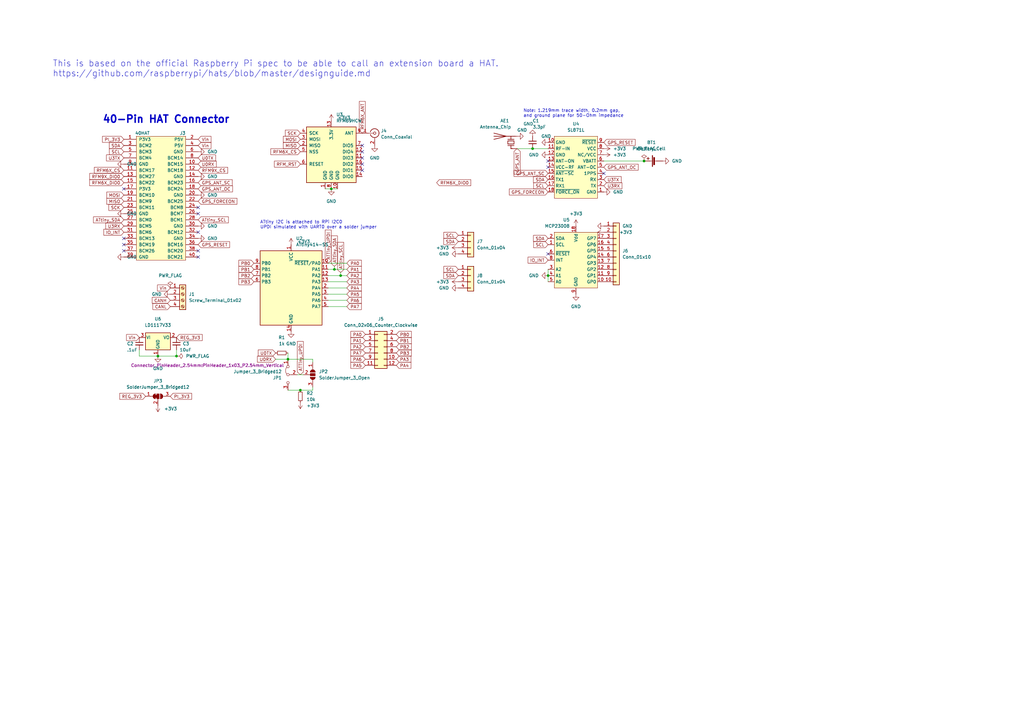
<source format=kicad_sch>
(kicad_sch (version 20211123) (generator eeschema)
  (paper "A3")
  (title_block (title "Raspberry Pi HAT") (rev "A"))
  (lib_symbols
    (symbol "Connector:Conn_Coaxial" (pin_names (offset 1.016) hide)
      (property "Reference" "J" (at 0.254 3.048 0))
      (property "Value" "Conn_Coaxial" (at 2.921 0 90))
      (symbol "Conn_Coaxial_0_1"
        (arc (start -1.778 -0.508) (mid 0.222 -1.808) (end 1.778 0) (stroke (width 0.254)))
        (polyline (pts (xy -2.54 0) (xy -0.508 0)))
        (polyline (pts (xy 0 -2.54) (xy 0 -1.778)))
        (circle (center 0 0) (radius 0.508) (stroke (width 0.2032)))
        (arc (start 1.778 0) (mid 0.222 1.8083) (end -1.778 0.508) (stroke (width 0.254)))
      )
      (symbol "Conn_Coaxial_1_1"
        (pin passive line (at -5.08 0 0) (length 2.54) (name "In") (number "1"))
        (pin passive line (at 0 -5.08 90) (length 2.54) (name "Ext") (number "2"))
      )
    )
    (symbol "Connector:Screw_Terminal_01x04" (pin_names (offset 1.016) hide)
      (property "Reference" "J" (at 0 5.08 0))
      (property "Value" "Screw_Terminal_01x04" (at 0 -7.62 0))
      (symbol "Screw_Terminal_01x04_1_1"
        (rectangle (start -1.27 3.81) (end 1.27 -6.35) (stroke (width 0.254)) (fill (type background)))
        (circle (center 0 -5.08) (radius 0.635) (stroke (width 0.1524)))
        (circle (center 0 -2.54) (radius 0.635) (stroke (width 0.1524)))
        (polyline (pts (xy -0.5334 -4.7498) (xy 0.3302 -5.588)) (stroke (width 0.1524)))
        (polyline (pts (xy -0.5334 -2.2098) (xy 0.3302 -3.048)) (stroke (width 0.1524)))
        (polyline (pts (xy -0.5334 0.3302) (xy 0.3302 -0.508)) (stroke (width 0.1524)))
        (polyline (pts (xy -0.5334 2.8702) (xy 0.3302 2.032)) (stroke (width 0.1524)))
        (polyline (pts (xy -0.3556 -4.572) (xy 0.508 -5.4102)) (stroke (width 0.1524)))
        (polyline (pts (xy -0.3556 -2.032) (xy 0.508 -2.8702)) (stroke (width 0.1524)))
        (polyline (pts (xy -0.3556 0.508) (xy 0.508 -0.3302)) (stroke (width 0.1524)))
        (polyline (pts (xy -0.3556 3.048) (xy 0.508 2.2098)) (stroke (width 0.1524)))
        (circle (center 0 0) (radius 0.635) (stroke (width 0.1524)))
        (circle (center 0 2.54) (radius 0.635) (stroke (width 0.1524)))
        (pin passive line (at -5.08 2.54 0) (length 3.81) (name "Pin_1") (number "1"))
        (pin passive line (at -5.08 0 0) (length 3.81) (name "Pin_2") (number "2"))
        (pin passive line (at -5.08 -2.54 0) (length 3.81) (name "Pin_3") (number "3"))
        (pin passive line (at -5.08 -5.08 0) (length 3.81) (name "Pin_4") (number "4"))
      )
    )
    (symbol "Connector_Generic:Conn_01x04" (pin_names (offset 1.016) hide)
      (property "Reference" "J" (at 0 5.08 0))
      (property "Value" "Conn_01x04" (at 0 -7.62 0))
      (symbol "Conn_01x04_1_1"
        (rectangle (start -1.27 -4.953) (end 0 -5.207) (stroke (width 0.1524)))
        (rectangle (start -1.27 -2.413) (end 0 -2.667) (stroke (width 0.1524)))
        (rectangle (start -1.27 0.127) (end 0 -0.127) (stroke (width 0.1524)))
        (rectangle (start -1.27 2.667) (end 0 2.413) (stroke (width 0.1524)))
        (rectangle (start -1.27 3.81) (end 1.27 -6.35) (stroke (width 0.254)) (fill (type background)))
        (pin passive line (at -5.08 2.54 0) (length 3.81) (name "Pin_1") (number "1"))
        (pin passive line (at -5.08 0 0) (length 3.81) (name "Pin_2") (number "2"))
        (pin passive line (at -5.08 -2.54 0) (length 3.81) (name "Pin_3") (number "3"))
        (pin passive line (at -5.08 -5.08 0) (length 3.81) (name "Pin_4") (number "4"))
      )
    )
    (symbol "Connector_Generic:Conn_01x10" (pin_names (offset 1.016) hide)
      (property "Reference" "J" (at 0 12.7 0))
      (property "Value" "Conn_01x10" (at 0 -15.24 0))
      (symbol "Conn_01x10_1_1"
        (rectangle (start -1.27 -12.573) (end 0 -12.827) (stroke (width 0.1524)))
        (rectangle (start -1.27 -10.033) (end 0 -10.287) (stroke (width 0.1524)))
        (rectangle (start -1.27 -7.493) (end 0 -7.747) (stroke (width 0.1524)))
        (rectangle (start -1.27 -4.953) (end 0 -5.207) (stroke (width 0.1524)))
        (rectangle (start -1.27 -2.413) (end 0 -2.667) (stroke (width 0.1524)))
        (rectangle (start -1.27 0.127) (end 0 -0.127) (stroke (width 0.1524)))
        (rectangle (start -1.27 2.667) (end 0 2.413) (stroke (width 0.1524)))
        (rectangle (start -1.27 5.207) (end 0 4.953) (stroke (width 0.1524)))
        (rectangle (start -1.27 7.747) (end 0 7.493) (stroke (width 0.1524)))
        (rectangle (start -1.27 10.287) (end 0 10.033) (stroke (width 0.1524)))
        (rectangle (start -1.27 11.43) (end 1.27 -13.97) (stroke (width 0.254)) (fill (type background)))
        (pin passive line (at -5.08 10.16 0) (length 3.81) (name "Pin_1") (number "1"))
        (pin passive line (at -5.08 -12.7 0) (length 3.81) (name "Pin_10") (number "10"))
        (pin passive line (at -5.08 7.62 0) (length 3.81) (name "Pin_2") (number "2"))
        (pin passive line (at -5.08 5.08 0) (length 3.81) (name "Pin_3") (number "3"))
        (pin passive line (at -5.08 2.54 0) (length 3.81) (name "Pin_4") (number "4"))
        (pin passive line (at -5.08 0 0) (length 3.81) (name "Pin_5") (number "5"))
        (pin passive line (at -5.08 -2.54 0) (length 3.81) (name "Pin_6") (number "6"))
        (pin passive line (at -5.08 -5.08 0) (length 3.81) (name "Pin_7") (number "7"))
        (pin passive line (at -5.08 -7.62 0) (length 3.81) (name "Pin_8") (number "8"))
        (pin passive line (at -5.08 -10.16 0) (length 3.81) (name "Pin_9") (number "9"))
      )
    )
    (symbol "Connector_Generic:Conn_02x06_Odd_Even" (pin_names (offset 1.016) hide)
      (property "Reference" "J" (at 1.27 7.62 0))
      (property "Value" "Conn_02x06_Odd_Even" (at 1.27 -10.16 0))
      (symbol "Conn_02x06_Odd_Even_1_1"
        (rectangle (start -1.27 -7.493) (end 0 -7.747) (stroke (width 0.1524)))
        (rectangle (start -1.27 -4.953) (end 0 -5.207) (stroke (width 0.1524)))
        (rectangle (start -1.27 -2.413) (end 0 -2.667) (stroke (width 0.1524)))
        (rectangle (start -1.27 0.127) (end 0 -0.127) (stroke (width 0.1524)))
        (rectangle (start -1.27 2.667) (end 0 2.413) (stroke (width 0.1524)))
        (rectangle (start -1.27 5.207) (end 0 4.953) (stroke (width 0.1524)))
        (rectangle (start -1.27 6.35) (end 3.81 -8.89) (stroke (width 0.254)) (fill (type background)))
        (rectangle (start 3.81 -7.493) (end 2.54 -7.747) (stroke (width 0.1524)))
        (rectangle (start 3.81 -4.953) (end 2.54 -5.207) (stroke (width 0.1524)))
        (rectangle (start 3.81 -2.413) (end 2.54 -2.667) (stroke (width 0.1524)))
        (rectangle (start 3.81 0.127) (end 2.54 -0.127) (stroke (width 0.1524)))
        (rectangle (start 3.81 2.667) (end 2.54 2.413) (stroke (width 0.1524)))
        (rectangle (start 3.81 5.207) (end 2.54 4.953) (stroke (width 0.1524)))
        (pin passive line (at -5.08 5.08 0) (length 3.81) (name "Pin_1") (number "1"))
        (pin passive line (at 7.62 -5.08 180) (length 3.81) (name "Pin_10") (number "10"))
        (pin passive line (at -5.08 -7.62 0) (length 3.81) (name "Pin_11") (number "11"))
        (pin passive line (at 7.62 -7.62 180) (length 3.81) (name "Pin_12") (number "12"))
        (pin passive line (at 7.62 5.08 180) (length 3.81) (name "Pin_2") (number "2"))
        (pin passive line (at -5.08 2.54 0) (length 3.81) (name "Pin_3") (number "3"))
        (pin passive line (at 7.62 2.54 180) (length 3.81) (name "Pin_4") (number "4"))
        (pin passive line (at -5.08 0 0) (length 3.81) (name "Pin_5") (number "5"))
        (pin passive line (at 7.62 0 180) (length 3.81) (name "Pin_6") (number "6"))
        (pin passive line (at -5.08 -2.54 0) (length 3.81) (name "Pin_7") (number "7"))
        (pin passive line (at 7.62 -2.54 180) (length 3.81) (name "Pin_8") (number "8"))
        (pin passive line (at -5.08 -5.08 0) (length 3.81) (name "Pin_9") (number "9"))
      )
    )
    (symbol "Device:Antenna_Chip" (pin_numbers hide) (pin_names (offset 1.016) hide)
      (property "Reference" "AE" (at 0 5.08 0))
      (property "Value" "Antenna_Chip" (at 0 3.175 0))
      (symbol "Antenna_Chip_0_1"
        (polyline (pts (xy -2.54 0) (xy -2.54 -0.635)) (stroke (width 0.254)))
        (polyline (pts (xy -2.54 0) (xy -1.27 0)) (stroke (width 0.254)))
        (polyline (pts (xy 1.27 0) (xy 2.54 0)) (stroke (width 0.254)))
        (polyline (pts (xy 1.27 1.27) (xy 1.27 -1.27)) (stroke (width 0.254)))
        (polyline (pts (xy 2.54 -0.635) (xy 2.54 0)))
        (polyline (pts (xy 2.54 6.985) (xy 2.54 -1.905)) (stroke (width 0.254)))
        (polyline (pts (xy -1.27 1.27) (xy -1.27 -1.27) (xy -1.27 0)) (stroke (width 0.254)))
        (polyline (pts (xy 3.81 6.985) (xy 2.54 1.905) (xy 1.27 6.985)) (stroke (width 0.254)))
        (polyline (pts (xy -0.635 1.27) (xy 0.635 1.27) (xy 0.635 -1.27) (xy -0.635 -1.27) (xy -0.635 1.27)) (stroke (width 0.254)))
      )
      (symbol "Antenna_Chip_1_1"
        (pin input line (at -2.54 -2.54 90) (length 2.54) (name "FEED") (number "1"))
        (pin passive line (at 2.54 -2.54 90) (length 2.54) (name "PCB_Trace") (number "2"))
      )
    )
    (symbol "Device:Battery_Cell" (pin_numbers hide) (pin_names (offset 0) hide)
      (property "Reference" "BT" (at 2.54 2.54 0))
      (property "Value" "Battery_Cell" (at 2.54 0 0))
      (symbol "Battery_Cell_0_1"
        (rectangle (start -2.286 1.778) (end 2.286 1.524) (fill (type outline)))
        (rectangle (start -1.5748 1.1938) (end 1.4732 0.6858) (fill (type outline)))
        (polyline (pts (xy 0 0.762) (xy 0 0)))
        (polyline (pts (xy 0 1.778) (xy 0 2.54)))
        (polyline (pts (xy 0.508 3.429) (xy 1.524 3.429)) (stroke (width 0.254)))
        (polyline (pts (xy 1.016 3.937) (xy 1.016 2.921)) (stroke (width 0.254)))
      )
      (symbol "Battery_Cell_1_1"
        (pin passive line (at 0 5.08 270) (length 2.54) (name "+") (number "1"))
        (pin passive line (at 0 -2.54 90) (length 2.54) (name "-") (number "2"))
      )
    )
    (symbol "Device:C_Small" (pin_numbers hide) (pin_names (offset 0.254) hide)
      (property "Reference" "C" (at 0.254 1.778 0))
      (property "Value" "C_Small" (at 0.254 -2.032 0))
      (symbol "C_Small_0_1"
        (polyline (pts (xy -1.524 -0.508) (xy 1.524 -0.508)) (stroke (width 0.3302)))
        (polyline (pts (xy -1.524 0.508) (xy 1.524 0.508)) (stroke (width 0.3048)))
      )
      (symbol "C_Small_1_1"
        (pin passive line (at 0 2.54 270) (length 2.032) (name "~") (number "1"))
        (pin passive line (at 0 -2.54 90) (length 2.032) (name "~") (number "2"))
      )
    )
    (symbol "Device:R_Small" (pin_numbers hide) (pin_names (offset 0.254) hide)
      (property "Reference" "R" (at 0.762 0.508 0))
      (property "Value" "R_Small" (at 0.762 -1.016 0))
      (symbol "R_Small_0_1"
        (rectangle (start -0.762 1.778) (end 0.762 -1.778) (stroke (width 0.2032)))
      )
      (symbol "R_Small_1_1"
        (pin passive line (at 0 2.54 270) (length 0.762) (name "~") (number "1"))
        (pin passive line (at 0 -2.54 90) (length 0.762) (name "~") (number "2"))
      )
    )
    (symbol "Jumper:Jumper_3_Bridged12" (pin_names (offset 0) hide)
      (property "Reference" "JP" (at -2.54 -2.54 0))
      (property "Value" "Jumper_3_Bridged12" (at 0 2.794 0))
      (symbol "Jumper_3_Bridged12_0_0"
        (circle (center -3.302 0) (radius 0.508))
        (circle (center 0 0) (radius 0.508))
        (circle (center 3.302 0) (radius 0.508))
      )
      (symbol "Jumper_3_Bridged12_0_1"
        (arc (start -0.254 0.508) (mid -1.651 0.9912) (end -3.048 0.508))
        (polyline (pts (xy 0 -1.27) (xy 0 -0.508)))
      )
      (symbol "Jumper_3_Bridged12_1_1"
        (pin passive line (at -6.35 0 0) (length 2.54) (name "A") (number "1"))
        (pin passive line (at 0 -3.81 90) (length 2.54) (name "C") (number "2"))
        (pin passive line (at 6.35 0 180) (length 2.54) (name "B") (number "3"))
      )
    )
    (symbol "Jumper:SolderJumper_3_Bridged12" (pin_names (offset 0) hide)
      (property "Reference" "JP" (at -2.54 -2.54 0))
      (property "Value" "SolderJumper_3_Bridged12" (at 0 2.794 0))
      (symbol "SolderJumper_3_Bridged12_0_1"
        (rectangle (start -1.016 0.508) (end -0.508 -0.508) (fill (type outline)))
        (arc (start -1.016 1.016) (mid -2.032 0) (end -1.016 -1.016))
        (arc (start -1.016 1.016) (mid -2.032 0) (end -1.016 -1.016) (fill (type outline)))
        (rectangle (start -0.508 1.016) (end 0.508 -1.016) (fill (type outline)))
        (polyline (pts (xy -2.54 0) (xy -2.032 0)))
        (polyline (pts (xy -1.016 1.016) (xy -1.016 -1.016)))
        (polyline (pts (xy 0 -1.27) (xy 0 -1.016)))
        (polyline (pts (xy 1.016 1.016) (xy 1.016 -1.016)))
        (polyline (pts (xy 2.54 0) (xy 2.032 0)))
        (arc (start 1.016 -1.016) (mid 2.032 0) (end 1.016 1.016))
        (arc (start 1.016 -1.016) (mid 2.032 0) (end 1.016 1.016) (fill (type outline)))
      )
      (symbol "SolderJumper_3_Bridged12_1_1"
        (pin passive line (at -5.08 0 0) (length 2.54) (name "A") (number "1"))
        (pin passive line (at 0 -3.81 90) (length 2.54) (name "C") (number "2"))
        (pin passive line (at 5.08 0 180) (length 2.54) (name "B") (number "3"))
      )
    )
    (symbol "Jumper:SolderJumper_3_Open" (pin_names (offset 0) hide)
      (property "Reference" "JP" (at -2.54 -2.54 0))
      (property "Value" "SolderJumper_3_Open" (at 0 2.794 0))
      (symbol "SolderJumper_3_Open_0_1"
        (arc (start -1.016 1.016) (mid -2.032 0) (end -1.016 -1.016))
        (arc (start -1.016 1.016) (mid -2.032 0) (end -1.016 -1.016) (fill (type outline)))
        (rectangle (start -0.508 1.016) (end 0.508 -1.016) (fill (type outline)))
        (polyline (pts (xy -2.54 0) (xy -2.032 0)))
        (polyline (pts (xy -1.016 1.016) (xy -1.016 -1.016)))
        (polyline (pts (xy 0 -1.27) (xy 0 -1.016)))
        (polyline (pts (xy 1.016 1.016) (xy 1.016 -1.016)))
        (polyline (pts (xy 2.54 0) (xy 2.032 0)))
        (arc (start 1.016 -1.016) (mid 2.032 0) (end 1.016 1.016))
        (arc (start 1.016 -1.016) (mid 2.032 0) (end 1.016 1.016) (fill (type outline)))
      )
      (symbol "SolderJumper_3_Open_1_1"
        (pin passive line (at -5.08 0 0) (length 2.54) (name "A") (number "1"))
        (pin passive line (at 0 -3.81 90) (length 2.54) (name "C") (number "2"))
        (pin passive line (at 5.08 0 180) (length 2.54) (name "B") (number "3"))
      )
    )
    (symbol "MCU_Microchip_ATtiny:ATtiny414-SS"
      (property "Reference" "U" (at -12.7 16.51 0))
      (property "Value" "ATtiny414-SS" (at 2.54 -16.51 0))
      (symbol "ATtiny414-SS_0_1"
        (rectangle (start -12.7 -15.24) (end 12.7 15.24) (stroke (width 0.254)) (fill (type background)))
      )
      (symbol "ATtiny414-SS_1_1"
        (pin power_in line (at 0 17.78 270) (length 2.54) (name "VCC") (number "1"))
        (pin bidirectional line (at 15.24 10.16 180) (length 2.54) (name "~{RESET}/PA0") (number "10"))
        (pin bidirectional line (at 15.24 7.62 180) (length 2.54) (name "PA1") (number "11"))
        (pin bidirectional line (at 15.24 5.08 180) (length 2.54) (name "PA2") (number "12"))
        (pin bidirectional line (at 15.24 2.54 180) (length 2.54) (name "PA3") (number "13"))
        (pin power_in line (at 0 -17.78 90) (length 2.54) (name "GND") (number "14"))
        (pin bidirectional line (at 15.24 0 180) (length 2.54) (name "PA4") (number "2"))
        (pin bidirectional line (at 15.24 -2.54 180) (length 2.54) (name "PA5") (number "3"))
        (pin bidirectional line (at 15.24 -5.08 180) (length 2.54) (name "PA6") (number "4"))
        (pin bidirectional line (at 15.24 -7.62 180) (length 2.54) (name "PA7") (number "5"))
        (pin bidirectional line (at -15.24 2.54 0) (length 2.54) (name "PB3") (number "6"))
        (pin bidirectional line (at -15.24 5.08 0) (length 2.54) (name "PB2") (number "7"))
        (pin bidirectional line (at -15.24 7.62 0) (length 2.54) (name "PB1") (number "8"))
        (pin bidirectional line (at -15.24 10.16 0) (length 2.54) (name "PB0") (number "9"))
      )
    )
    (symbol "RF_Module:RFM69HCW" (pin_names (offset 1.016))
      (property "Reference" "U" (at -10.414 11.684 0))
      (property "Value" "RFM69HCW" (at 1.524 11.43 0))
      (symbol "RFM69HCW_0_1"
        (rectangle (start -10.16 10.16) (end 10.16 -12.7) (stroke (width 0.254)) (fill (type background)))
      )
      (symbol "RFM69HCW_1_1"
        (pin power_in line (at -2.54 -15.24 90) (length 2.54) (name "GND") (number "1"))
        (pin power_in line (at 2.54 -15.24 90) (length 2.54) (name "GND") (number "10"))
        (pin bidirectional line (at 12.7 -2.54 180) (length 2.54) (name "DIO3") (number "11"))
        (pin bidirectional line (at 12.7 0 180) (length 2.54) (name "DIO4") (number "12"))
        (pin power_in line (at 0 12.7 270) (length 2.54) (name "3.3V") (number "13"))
        (pin bidirectional line (at 12.7 -10.16 180) (length 2.54) (name "DIO0") (number "14"))
        (pin bidirectional line (at 12.7 -7.62 180) (length 2.54) (name "DIO1") (number "15"))
        (pin bidirectional line (at 12.7 -5.08 180) (length 2.54) (name "DIO2") (number "16"))
        (pin output line (at -12.7 2.54 0) (length 2.54) (name "MISO") (number "2"))
        (pin input line (at -12.7 5.08 0) (length 2.54) (name "MOSI") (number "3"))
        (pin input line (at -12.7 7.62 0) (length 2.54) (name "SCK") (number "4"))
        (pin input line (at -12.7 0 0) (length 2.54) (name "NSS") (number "5"))
        (pin bidirectional line (at -12.7 -5.08 0) (length 2.54) (name "RESET") (number "6"))
        (pin bidirectional line (at 12.7 2.54 180) (length 2.54) (name "DIO5") (number "7"))
        (pin power_in line (at 0 -15.24 90) (length 2.54) (name "GND") (number "8"))
        (pin bidirectional line (at 12.7 7.62 180) (length 2.54) (name "ANT") (number "9"))
      )
    )
    (symbol "RocketTracker-SparkFun:LD1117V33" (pin_names (offset 0.254))
      (property "Reference" "U" (at -3.81 3.175 0))
      (property "Value" "LD1117V33" (at 0 3.175 0))
      (symbol "LD1117V33_0_1"
        (rectangle (start -5.08 1.905) (end 5.08 -5.08) (stroke (width 0.254)) (fill (type background)))
      )
      (symbol "LD1117V33_1_1"
        (pin input line (at 0 -7.62 90) (length 2.54) (name "GND") (number "1"))
        (pin power_out line (at 7.62 0 180) (length 2.54) (name "VO") (number "2"))
        (pin power_in line (at -7.62 0 0) (length 2.54) (name "VI") (number "3"))
      )
    )
    (symbol "SL871:MCP23008"
      (property "Reference" "U" (at 0 0 0))
      (property "Value" "MCP23008" (at 0 0 0))
      (symbol "MCP23008_0_0"
        (pin no_connect line (at 2.54 -15.24 90) (length 2.54) hide (name "NC") (number "7"))
      )
      (symbol "MCP23008_0_1"
        (rectangle (start -8.89 10.16) (end 8.89 -12.7) (fill (type background)))
      )
      (symbol "MCP23008_1_1"
        (pin input line (at -11.43 5.08 0) (length 2.54) (name "SCL") (number "1"))
        (pin bidirectional line (at 11.43 -10.16 180) (length 2.54) (name "GP0") (number "10"))
        (pin bidirectional line (at 11.43 -7.62 180) (length 2.54) (name "GP1") (number "11"))
        (pin bidirectional line (at 11.43 -5.08 180) (length 2.54) (name "GP2") (number "12"))
        (pin bidirectional line (at 11.43 -2.54 180) (length 2.54) (name "GP3") (number "13"))
        (pin bidirectional line (at 11.43 0 180) (length 2.54) (name "GP4") (number "14"))
        (pin bidirectional line (at 11.43 2.54 180) (length 2.54) (name "GP5") (number "15"))
        (pin bidirectional line (at 11.43 5.08 180) (length 2.54) (name "GP6") (number "16"))
        (pin bidirectional line (at 11.43 7.62 180) (length 2.54) (name "GP7") (number "17"))
        (pin power_in line (at 0 12.7 270) (length 2.54) (name "Vdd") (number "18"))
        (pin bidirectional line (at -11.43 7.62 0) (length 2.54) (name "SDA") (number "2"))
        (pin input line (at -11.43 -5.08 0) (length 2.54) (name "A2") (number "3"))
        (pin input line (at -11.43 -7.62 0) (length 2.54) (name "A1") (number "4"))
        (pin input line (at -11.43 -10.16 0) (length 2.54) (name "A0") (number "5"))
        (pin input line (at -11.43 1.27 0) (length 2.54) (name "~{RESET}") (number "6"))
        (pin output line (at -11.43 -1.27 0) (length 2.54) (name "INT") (number "8"))
        (pin power_in line (at 0 -15.24 90) (length 2.54) (name "GND") (number "9"))
      )
    )
    (symbol "SL871:OX40HAT" (pin_names (offset 1.016))
      (property "Reference" "J3" (at 8.89 2.54 0))
      (property "Value" "40HAT" (at -7.62 2.54 0))
      (symbol "OX40HAT_0_1"
        (rectangle (start -10.16 1.27) (end 10.16 -49.53) (fill (type background)))
      )
      (symbol "OX40HAT_1_1"
        (pin power_out line (at -15.24 0 0) (length 5.08) (name "P3V3") (number "1"))
        (pin bidirectional line (at 15.24 -10.16 180) (length 5.08) (name "BCM15") (number "10"))
        (pin bidirectional line (at -15.24 -12.7 0) (length 5.08) (name "BCM17") (number "11"))
        (pin bidirectional line (at 15.24 -12.7 180) (length 5.08) (name "BCM18") (number "12"))
        (pin bidirectional line (at -15.24 -15.24 0) (length 5.08) (name "BCM27") (number "13"))
        (pin passive line (at 15.24 -15.24 180) (length 5.08) (name "GND") (number "14"))
        (pin bidirectional line (at -15.24 -17.78 0) (length 5.08) (name "BCM22") (number "15"))
        (pin bidirectional line (at 15.24 -17.78 180) (length 5.08) (name "BCM23") (number "16"))
        (pin power_out line (at -15.24 -20.32 0) (length 5.08) (name "P3V3") (number "17"))
        (pin bidirectional line (at 15.24 -20.32 180) (length 5.08) (name "BCM24") (number "18"))
        (pin output line (at -15.24 -22.86 0) (length 5.08) (name "BCM10") (number "19"))
        (pin power_in line (at 15.24 0 180) (length 5.08) (name "P5V") (number "2"))
        (pin passive line (at 15.24 -22.86 180) (length 5.08) (name "GND") (number "20"))
        (pin input line (at -15.24 -25.4 0) (length 5.08) (name "BCM9") (number "21"))
        (pin bidirectional line (at 15.24 -25.4 180) (length 5.08) (name "BCM25") (number "22"))
        (pin bidirectional line (at -15.24 -27.94 0) (length 5.08) (name "BCM11") (number "23"))
        (pin bidirectional line (at 15.24 -27.94 180) (length 5.08) (name "BCM8") (number "24"))
        (pin passive line (at -15.24 -30.48 0) (length 5.08) (name "GND") (number "25"))
        (pin bidirectional line (at 15.24 -30.48 180) (length 5.08) (name "BCM7") (number "26"))
        (pin bidirectional line (at -15.24 -33.02 0) (length 5.08) (name "BCM0") (number "27"))
        (pin bidirectional line (at 15.24 -33.02 180) (length 5.08) (name "BCM1") (number "28"))
        (pin bidirectional line (at -15.24 -35.56 0) (length 5.08) (name "BCM5") (number "29"))
        (pin bidirectional line (at -15.24 -2.54 0) (length 5.08) (name "BCM2") (number "3"))
        (pin passive line (at 15.24 -35.56 180) (length 5.08) (name "GND") (number "30"))
        (pin bidirectional line (at -15.24 -38.1 0) (length 5.08) (name "BCM6") (number "31"))
        (pin bidirectional line (at 15.24 -38.1 180) (length 5.08) (name "BCM12") (number "32"))
        (pin bidirectional line (at -15.24 -40.64 0) (length 5.08) (name "BCM13") (number "33"))
        (pin passive line (at 15.24 -40.64 180) (length 5.08) (name "GND") (number "34"))
        (pin bidirectional line (at -15.24 -43.18 0) (length 5.08) (name "BCM19") (number "35"))
        (pin bidirectional line (at 15.24 -43.18 180) (length 5.08) (name "BCM16") (number "36"))
        (pin bidirectional line (at -15.24 -45.72 0) (length 5.08) (name "BCM26") (number "37"))
        (pin bidirectional line (at 15.24 -45.72 180) (length 5.08) (name "BCM20") (number "38"))
        (pin passive line (at -15.24 -48.26 0) (length 5.08) (name "GND") (number "39"))
        (pin power_in line (at 15.24 -2.54 180) (length 5.08) (name "P5V") (number "4"))
        (pin bidirectional line (at 15.24 -48.26 180) (length 5.08) (name "BCM21") (number "40"))
        (pin bidirectional line (at -15.24 -5.08 0) (length 5.08) (name "BCM3") (number "5"))
        (pin passive line (at 15.24 -5.08 180) (length 5.08) (name "GND") (number "6"))
        (pin bidirectional line (at -15.24 -7.62 0) (length 5.08) (name "BCM4") (number "7"))
        (pin bidirectional line (at 15.24 -7.62 180) (length 5.08) (name "BCM14") (number "8"))
        (pin passive line (at -15.24 -10.16 0) (length 5.08) (name "GND") (number "9"))
      )
    )
    (symbol "SL871:SL871L"
      (property "Reference" "U4" (at 0 17.78 0))
      (property "Value" "SL871L" (at 0 15.24 0))
      (symbol "SL871L_0_1"
        (rectangle (start -8.89 12.7) (end 8.89 -12.7) (fill (type background)))
      )
      (symbol "SL871L_1_1"
        (pin power_in line (at 11.43 -10.16 180) (length 2.54) (name "GND") (number "1"))
        (pin power_in line (at -11.43 10.16 0) (length 2.54) (name "GND") (number "10"))
        (pin passive line (at -11.43 7.62 0) (length 2.54) (name "RF-IN") (number "11"))
        (pin power_in line (at -11.43 5.08 0) (length 2.54) (name "GND") (number "12"))
        (pin output line (at -11.43 2.54 0) (length 2.54) (name "ANT-ON") (number "13"))
        (pin power_in line (at -11.43 0 0) (length 2.54) (name "VCC-RF") (number "14"))
        (pin input line (at -11.43 -2.54 0) (length 2.54) (name "~{ANT-SC}") (number "15"))
        (pin output line (at -11.43 -5.08 0) (length 2.54) (name "TX1") (number "16"))
        (pin input line (at -11.43 -7.62 0) (length 2.54) (name "RX1") (number "17"))
        (pin output line (at -11.43 -10.16 0) (length 2.54) (name "~{FORCE_ON}") (number "18"))
        (pin output line (at 11.43 -7.62 180) (length 2.54) (name "TX") (number "2"))
        (pin input line (at 11.43 -5.08 180) (length 2.54) (name "RX") (number "3"))
        (pin output line (at 11.43 -2.54 180) (length 2.54) (name "1PPS") (number "4"))
        (pin input line (at 11.43 0 180) (length 2.54) (name "ANT-OC") (number "5"))
        (pin power_in line (at 11.43 2.54 180) (length 2.54) (name "VBATT") (number "6"))
        (pin power_in line (at 11.43 5.08 180) (length 2.54) (name "NC/VCC") (number "7"))
        (pin power_in line (at 11.43 7.62 180) (length 2.54) (name "VCC") (number "8"))
        (pin input line (at 11.43 10.16 180) (length 2.54) (name "~{RESET}") (number "9"))
      )
    )
    (symbol "power:+3.3V" (power) (pin_names (offset 0))
      (property "Value" "+3.3V" (at 0 3.556 0))
      (symbol "+3.3V_0_1"
        (polyline (pts (xy -0.762 1.27) (xy 0 2.54)))
        (polyline (pts (xy 0 0) (xy 0 2.54)))
        (polyline (pts (xy 0 2.54) (xy 0.762 1.27)))
      )
      (symbol "+3.3V_1_1"
        (pin power_in line (at 0 0 90) (length 0) hide (name "+3V3") (number "1"))
      )
    )
    (symbol "power:GND" (power) (pin_names (offset 0))
      (property "Value" "GND" (at 0 -3.81 0))
      (symbol "GND_0_1"
        (polyline (pts (xy 0 0) (xy 0 -1.27) (xy 1.27 -1.27) (xy 0 -2.54) (xy -1.27 -1.27) (xy 0 -1.27)))
      )
      (symbol "GND_1_1"
        (pin power_in line (at 0 0 270) (length 0) hide (name "GND") (number "1"))
      )
    )
    (symbol "power:PWR_FLAG" (power) (pin_numbers hide) (pin_names (offset 0) hide)
      (property "Value" "PWR_FLAG" (at 0 3.81 0))
      (symbol "PWR_FLAG_0_0"
        (pin power_out line (at 0 0 90) (length 0) (name "pwr") (number "1"))
      )
      (symbol "PWR_FLAG_0_1"
        (polyline (pts (xy 0 0) (xy 0 1.27) (xy -1.016 1.905) (xy 0 2.54) (xy 1.016 1.905) (xy 0 1.27)))
      )
    )
  )
  (junction (at 72.39 146.05))
  (junction (at 139.7 113.03))
  (junction (at 135.89 77.47))
  (junction (at 218.44 60.96))
  (junction (at 264.16 66.04))
  (junction (at 118.11 147.32))
  (junction (at 224.79 113.03))
  (junction (at 123.19 160.02))
  (junction (at 137.16 110.49))
  (junction (at 64.77 146.05))
  (no_connect (at 224.79 66.04))
  (no_connect (at 81.28 87.63))
  (no_connect (at 81.28 105.41))
  (no_connect (at 81.28 102.87))
  (no_connect (at 148.59 69.85))
  (no_connect (at 148.59 62.23))
  (no_connect (at 148.59 64.77))
  (no_connect (at 148.59 67.31))
  (no_connect (at 50.8 77.47))
  (no_connect (at 247.65 71.12))
  (no_connect (at 50.8 100.33))
  (no_connect (at 81.28 85.09))
  (no_connect (at 148.59 59.69))
  (no_connect (at 81.28 95.25))
  (no_connect (at 224.79 104.14))
  (no_connect (at 50.8 97.79))
  (no_connect (at 50.8 102.87))
  (no_connect (at 224.79 68.58))
  (wire (pts (xy 128.27 147.32) (xy 118.11 147.32)))
  (wire (pts (xy 123.19 160.02) (xy 128.27 160.02)))
  (wire (pts (xy 134.62 120.65) (xy 142.24 120.65)))
  (wire (pts (xy 218.44 60.96) (xy 224.79 60.96)))
  (wire (pts (xy 57.15 146.05) (xy 57.15 143.51)))
  (wire (pts (xy 224.79 110.49) (xy 224.79 113.03)))
  (wire (pts (xy 113.03 147.32) (xy 118.11 147.32)))
  (wire (pts (xy 72.39 146.05) (xy 72.39 143.51)))
  (wire (pts (xy 64.77 146.05) (xy 57.15 146.05)))
  (wire (pts (xy 139.7 111.76) (xy 139.7 113.03)))
  (wire (pts (xy 139.7 113.03) (xy 134.62 113.03)))
  (wire (pts (xy 118.11 144.78) (xy 118.11 147.32)))
  (wire (pts (xy 134.62 118.11) (xy 142.24 118.11)))
  (wire (pts (xy 134.62 107.95) (xy 142.24 107.95)))
  (wire (pts (xy 123.19 160.02) (xy 118.11 160.02)))
  (wire (pts (xy 134.62 123.19) (xy 142.24 123.19)))
  (wire (pts (xy 212.09 60.96) (xy 218.44 60.96)))
  (wire (pts (xy 134.62 115.57) (xy 142.24 115.57)))
  (wire (pts (xy 128.27 148.59) (xy 128.27 147.32)))
  (wire (pts (xy 247.65 66.04) (xy 264.16 66.04)))
  (wire (pts (xy 134.62 125.73) (xy 142.24 125.73)))
  (wire (pts (xy 128.27 158.75) (xy 128.27 160.02)))
  (wire (pts (xy 137.16 110.49) (xy 142.24 110.49)))
  (wire (pts (xy 137.16 109.22) (xy 137.16 110.49)))
  (wire (pts (xy 121.92 153.67) (xy 124.46 153.67)))
  (wire (pts (xy 134.62 110.49) (xy 137.16 110.49)))
  (wire (pts (xy 133.35 77.47) (xy 135.89 77.47)))
  (wire (pts (xy 135.89 77.47) (xy 138.43 77.47)))
  (wire (pts (xy 224.79 113.03) (xy 224.79 115.57)))
  (wire (pts (xy 64.77 146.05) (xy 72.39 146.05)))
  (wire (pts (xy 139.7 113.03) (xy 142.24 113.03)))
  (text "This is based on the official Raspberry Pi spec to be able to call an extension board a HAT.\nhttps://github.com/raspberrypi/hats/blob/master/designguide.md" (at 21.59 31.75 0) (effects (font (size 2.54 2.54)) (justify left bottom)))
  (text "40-Pin HAT Connector" (at 41.91 50.8 0) (effects (font (size 2.9972 2.9972) (thickness 0.5994) bold) (justify left bottom)))
  (text "Note: 1.219mm trace width, 0.2mm gap, \nand ground plane for 50-Ohm impedance" (at 214.63 48.26 0) (effects (font (size 1.27 1.27)) (justify left bottom)))
  (text "ATtiny I2C is attached to RPi I2C0\nUPDI simulated with UART0 over a solder jumper" (at 106.68 93.98 0) (effects (font (size 1.27 1.27)) (justify left bottom)))
  (global_label "ATtiny_SCL" (shape input) (at 139.7 111.76 90) (property "Intersheet References" "${INTERSHEET_REFS}" (effects hide)))
  (global_label "RFM6X_ANT" (shape input) (at 148.59 54.61 90) (property "Intersheet References" "${INTERSHEET_REFS}" (effects hide)))
  (global_label "PA3" (shape input) (at 162.56 147.32 0) (property "Intersheet References" "${INTERSHEET_REFS}" (effects hide)))
  (global_label "SDA" (shape input) (at 50.8 59.69 180) (property "Intersheet References" "${INTERSHEET_REFS}" (effects hide)))
  (global_label "RFM6X_DIO0" (shape input) (at 179.07 74.93 0) (property "Intersheet References" "${INTERSHEET_REFS}" (effects hide)))
  (global_label "PB1" (shape input) (at 162.56 139.7 0) (property "Intersheet References" "${INTERSHEET_REFS}" (effects hide)))
  (global_label "ATTiny_UPDI" (shape input) (at 123.19 153.67 90) (property "Intersheet References" "${INTERSHEET_REFS}" (effects hide)))
  (global_label "U3TX" (shape input) (at 50.8 64.77 180) (property "Intersheet References" "${INTERSHEET_REFS}" (effects hide)))
  (global_label "GPS_RESET" (shape input) (at 81.28 100.33 0) (property "Intersheet References" "${INTERSHEET_REFS}" (effects hide)))
  (global_label "PB1" (shape input) (at 104.14 110.49 180) (property "Intersheet References" "${INTERSHEET_REFS}" (effects hide)))
  (global_label "PA0" (shape input) (at 149.86 137.16 180) (property "Intersheet References" "${INTERSHEET_REFS}" (effects hide)))
  (global_label "REG_3V3" (shape input) (at 59.69 162.56 180) (property "Intersheet References" "${INTERSHEET_REFS}" (effects hide)))
  (global_label "Vin" (shape input) (at 81.28 57.15 0) (property "Intersheet References" "${INTERSHEET_REFS}" (effects hide)))
  (global_label "GPS_ANT_OC" (shape input) (at 81.28 77.47 0) (property "Intersheet References" "${INTERSHEET_REFS}" (effects hide)))
  (global_label "U0TX" (shape input) (at 113.03 144.78 180) (property "Intersheet References" "${INTERSHEET_REFS}" (effects hide)))
  (global_label "RFM_RST" (shape input) (at 123.19 67.31 180) (property "Intersheet References" "${INTERSHEET_REFS}" (effects hide)))
  (global_label "PA4" (shape input) (at 142.24 118.11 0) (property "Intersheet References" "${INTERSHEET_REFS}" (effects hide)))
  (global_label "PB0" (shape input) (at 104.14 107.95 180) (property "Intersheet References" "${INTERSHEET_REFS}" (effects hide)))
  (global_label "MOSI" (shape input) (at 123.19 57.15 180) (property "Intersheet References" "${INTERSHEET_REFS}" (effects hide)))
  (global_label "GPS_ANT" (shape input) (at 212.09 60.96 270) (property "Intersheet References" "${INTERSHEET_REFS}" (effects hide)))
  (global_label "IO_INT" (shape input) (at 50.8 95.25 180) (property "Intersheet References" "${INTERSHEET_REFS}" (effects hide)))
  (global_label "ATtiny_SCL" (shape input) (at 81.28 90.17 0) (property "Intersheet References" "${INTERSHEET_REFS}" (effects hide)))
  (global_label "PA5" (shape input) (at 142.24 120.65 0) (property "Intersheet References" "${INTERSHEET_REFS}" (effects hide)))
  (global_label "PB2" (shape input) (at 104.14 113.03 180) (property "Intersheet References" "${INTERSHEET_REFS}" (effects hide)))
  (global_label "SCK" (shape input) (at 123.19 54.61 180) (property "Intersheet References" "${INTERSHEET_REFS}" (effects hide)))
  (global_label "PA7" (shape input) (at 142.24 125.73 0) (property "Intersheet References" "${INTERSHEET_REFS}" (effects hide)))
  (global_label "SCK" (shape input) (at 50.8 85.09 180) (property "Intersheet References" "${INTERSHEET_REFS}" (effects hide)))
  (global_label "Vin" (shape input) (at 81.28 59.69 0) (property "Intersheet References" "${INTERSHEET_REFS}" (effects hide)))
  (global_label "RFM9X_CS" (shape input) (at 81.28 69.85 0) (property "Intersheet References" "${INTERSHEET_REFS}" (effects hide)))
  (global_label "CANH" (shape input) (at 69.85 123.19 180) (property "Intersheet References" "${INTERSHEET_REFS}" (effects hide)))
  (global_label "U0RX" (shape input) (at 81.28 67.31 0) (property "Intersheet References" "${INTERSHEET_REFS}" (effects hide)))
  (global_label "SCL" (shape input) (at 224.79 76.2 180) (property "Intersheet References" "${INTERSHEET_REFS}" (effects hide)))
  (global_label "PA1" (shape input) (at 149.86 139.7 180) (property "Intersheet References" "${INTERSHEET_REFS}" (effects hide)))
  (global_label "GPS_FORCEON" (shape input) (at 224.79 78.74 180) (property "Intersheet References" "${INTERSHEET_REFS}" (effects hide)))
  (global_label "PA6" (shape input) (at 142.24 123.19 0) (property "Intersheet References" "${INTERSHEET_REFS}" (effects hide)))
  (global_label "SCL" (shape input) (at 187.96 110.49 180) (property "Intersheet References" "${INTERSHEET_REFS}" (effects hide)))
  (global_label "PA7" (shape input) (at 149.86 144.78 180) (property "Intersheet References" "${INTERSHEET_REFS}" (effects hide)))
  (global_label "GPS_ANT_OC" (shape input) (at 247.65 68.58 0) (property "Intersheet References" "${INTERSHEET_REFS}" (effects hide)))
  (global_label "REG_3V3" (shape input) (at 72.39 138.43 0) (property "Intersheet References" "${INTERSHEET_REFS}" (effects hide)))
  (global_label "SDA" (shape input) (at 224.79 73.66 180) (property "Intersheet References" "${INTERSHEET_REFS}" (effects hide)))
  (global_label "RFM6X_CS" (shape input) (at 50.8 69.85 180) (property "Intersheet References" "${INTERSHEET_REFS}" (effects hide)))
  (global_label "PB2" (shape input) (at 162.56 142.24 0) (property "Intersheet References" "${INTERSHEET_REFS}" (effects hide)))
  (global_label "PI_3V3" (shape input) (at 50.8 57.15 180) (property "Intersheet References" "${INTERSHEET_REFS}" (effects hide)))
  (global_label "PB3" (shape input) (at 162.56 144.78 0) (property "Intersheet References" "${INTERSHEET_REFS}" (effects hide)))
  (global_label "PI_3V3" (shape input) (at 69.85 162.56 0) (property "Intersheet References" "${INTERSHEET_REFS}" (effects hide)))
  (global_label "ATtiny_SDA" (shape input) (at 137.16 109.22 90) (property "Intersheet References" "${INTERSHEET_REFS}" (effects hide)))
  (global_label "CANL" (shape input) (at 69.85 125.73 180) (property "Intersheet References" "${INTERSHEET_REFS}" (effects hide)))
  (global_label "SDA" (shape input) (at 187.96 99.06 180) (property "Intersheet References" "${INTERSHEET_REFS}" (effects hide)))
  (global_label "PA5" (shape input) (at 149.86 149.86 180) (property "Intersheet References" "${INTERSHEET_REFS}" (effects hide)))
  (global_label "ATTiny_UPDI" (shape input) (at 134.62 107.95 90) (property "Intersheet References" "${INTERSHEET_REFS}" (effects hide)))
  (global_label "U0TX" (shape input) (at 81.28 64.77 0) (property "Intersheet References" "${INTERSHEET_REFS}" (effects hide)))
  (global_label "U0RX" (shape input) (at 113.03 147.32 180) (property "Intersheet References" "${INTERSHEET_REFS}" (effects hide)))
  (global_label "PA6" (shape input) (at 149.86 147.32 180) (property "Intersheet References" "${INTERSHEET_REFS}" (effects hide)))
  (global_label "PA1" (shape input) (at 142.24 110.49 0) (property "Intersheet References" "${INTERSHEET_REFS}" (effects hide)))
  (global_label "U3RX" (shape input) (at 50.8 92.71 180) (property "Intersheet References" "${INTERSHEET_REFS}" (effects hide)))
  (global_label "SCL" (shape input) (at 224.79 100.33 180) (property "Intersheet References" "${INTERSHEET_REFS}" (effects hide)))
  (global_label "SCL" (shape input) (at 50.8 62.23 180) (property "Intersheet References" "${INTERSHEET_REFS}" (effects hide)))
  (global_label "PA3" (shape input) (at 142.24 115.57 0) (property "Intersheet References" "${INTERSHEET_REFS}" (effects hide)))
  (global_label "Vin" (shape input) (at 57.15 138.43 180) (property "Intersheet References" "${INTERSHEET_REFS}" (effects hide)))
  (global_label "PA2" (shape input) (at 149.86 142.24 180) (property "Intersheet References" "${INTERSHEET_REFS}" (effects hide)))
  (global_label "GPS_RESET" (shape input) (at 247.65 58.42 0) (property "Intersheet References" "${INTERSHEET_REFS}" (effects hide)))
  (global_label "SCL" (shape input) (at 187.96 96.52 180) (property "Intersheet References" "${INTERSHEET_REFS}" (effects hide)))
  (global_label "PA4" (shape input) (at 162.56 149.86 0) (property "Intersheet References" "${INTERSHEET_REFS}" (effects hide)))
  (global_label "RFM6X_DIO0" (shape input) (at 50.8 74.93 180) (property "Intersheet References" "${INTERSHEET_REFS}" (effects hide)))
  (global_label "RFM9X_DIO0" (shape input) (at 50.8 72.39 180) (property "Intersheet References" "${INTERSHEET_REFS}" (effects hide)))
  (global_label "PB0" (shape input) (at 162.56 137.16 0) (property "Intersheet References" "${INTERSHEET_REFS}" (effects hide)))
  (global_label "ATtiny_SDA" (shape input) (at 50.8 90.17 180) (property "Intersheet References" "${INTERSHEET_REFS}" (effects hide)))
  (global_label "GPS_FORCEON" (shape input) (at 81.28 82.55 0) (property "Intersheet References" "${INTERSHEET_REFS}" (effects hide)))
  (global_label "MISO" (shape input) (at 50.8 82.55 180) (property "Intersheet References" "${INTERSHEET_REFS}" (effects hide)))
  (global_label "SDA" (shape input) (at 224.79 97.79 180) (property "Intersheet References" "${INTERSHEET_REFS}" (effects hide)))
  (global_label "PB3" (shape input) (at 104.14 115.57 180) (property "Intersheet References" "${INTERSHEET_REFS}" (effects hide)))
  (global_label "GPS_ANT_SC" (shape input) (at 224.79 71.12 180) (property "Intersheet References" "${INTERSHEET_REFS}" (effects hide)))
  (global_label "RFM6X_CS" (shape input) (at 123.19 62.23 180) (property "Intersheet References" "${INTERSHEET_REFS}" (effects hide)))
  (global_label "Vin" (shape input) (at 69.85 118.11 180) (property "Intersheet References" "${INTERSHEET_REFS}" (effects hide)))
  (global_label "IO_INT" (shape input) (at 224.79 106.68 180) (property "Intersheet References" "${INTERSHEET_REFS}" (effects hide)))
  (global_label "U3RX" (shape input) (at 247.65 76.2 0) (property "Intersheet References" "${INTERSHEET_REFS}" (effects hide)))
  (global_label "GPS_ANT_SC" (shape input) (at 81.28 74.93 0) (property "Intersheet References" "${INTERSHEET_REFS}" (effects hide)))
  (global_label "PA0" (shape input) (at 142.24 107.95 0) (property "Intersheet References" "${INTERSHEET_REFS}" (effects hide)))
  (global_label "U3TX" (shape input) (at 247.65 73.66 0) (property "Intersheet References" "${INTERSHEET_REFS}" (effects hide)))
  (global_label "SDA" (shape input) (at 187.96 113.03 180) (property "Intersheet References" "${INTERSHEET_REFS}" (effects hide)))
  (global_label "MISO" (shape input) (at 123.19 59.69 180) (property "Intersheet References" "${INTERSHEET_REFS}" (effects hide)))
  (global_label "MOSI" (shape input) (at 50.8 80.01 180) (property "Intersheet References" "${INTERSHEET_REFS}" (effects hide)))
  (global_label "PA2" (shape input) (at 142.24 113.03 0) (property "Intersheet References" "${INTERSHEET_REFS}" (effects hide)))
  (symbol (lib_id "SL871:OX40HAT") (at 66.04 57.15 0) (unit 1)
    (property "Reference" "J3" (at 74.93 54.61 0))
    (property "Value" "40HAT" (at 58.42 54.61 0))
    (property "Footprint" "Connector_PinSocket_2.54mm:PinSocket_2x20_P2.54mm_Vertical" (effects hide))
  )
  (symbol (lib_id "Device:C_Small") (at 218.44 58.42 0) (unit 1)
    (property "Reference" "C1" (at 218.44 49.53 0) (effects (justify left)))
    (property "Value" "3.3pF" (at 218.44 52.07 0) (effects (justify left)))
    (property "Footprint" "Capacitor_SMD:C_0402_1005Metric_Pad0.74x0.62mm_HandSolder" (effects hide))
  )
  (symbol (lib_id "power:GND") (at 247.65 78.74 90) (unit 1)
    (property "Reference" "#PWR0122" (effects hide))
    (property "Value" "GND" (at 251.46 78.7399 90) (effects (justify right)))
  )
  (symbol (lib_id "Connector_Generic:Conn_01x04") (at 193.04 99.06 0) (unit 1)
    (property "Reference" "J7" (at 195.58 99.0599 0) (effects (justify left)))
    (property "Value" "Conn_01x04" (at 195.58 101.5999 0) (effects (justify left)))
    (property "Footprint" "Parts:Connector_Qwiic_Vertical" (effects hide))
  )
  (symbol (lib_id "power:+3.3V") (at 247.65 63.5 270) (unit 1)
    (property "Reference" "#PWR0121" (effects hide))
    (property "Value" "+3.3V" (at 251.46 63.4999 90) (effects (justify left)))
  )
  (symbol (lib_id "power:GND") (at 224.79 113.03 270) (unit 1)
    (property "Reference" "#PWR0136" (effects hide))
    (property "Value" "GND" (at 220.98 113.0299 90) (effects (justify right)))
  )
  (symbol (lib_id "power:PWR_FLAG") (at 264.16 66.04 0) (unit 1)
    (property "Reference" "#FLG0104" (effects hide))
    (property "Value" "PWR_FLAG" (at 264.16 60.96 0))
  )
  (symbol (lib_id "power:GND") (at 224.79 63.5 270) (unit 1)
    (property "Reference" "#PWR0118" (effects hide))
    (property "Value" "GND" (at 220.98 63.4999 90) (effects (justify right)))
  )
  (symbol (lib_id "Connector_Generic:Conn_01x04") (at 193.04 113.03 0) (unit 1)
    (property "Reference" "J8" (at 195.58 113.0299 0) (effects (justify left)))
    (property "Value" "Conn_01x04" (at 195.58 115.5699 0) (effects (justify left)))
    (property "Footprint" "Parts:Connector_Qwiic_Vertical" (effects hide))
  )
  (symbol (lib_id "Device:R_Small") (at 123.19 162.56 0) (unit 1)
    (property "Reference" "R2" (at 125.73 161.2899 0) (effects (justify left)))
    (property "Value" "10k" (at 125.73 163.8299 0) (effects (justify left)))
    (property "Footprint" "Resistor_SMD:R_0603_1608Metric_Pad0.98x0.95mm_HandSolder" (effects hide))
  )
  (symbol (lib_id "MCU_Microchip_ATtiny:ATtiny414-SS") (at 119.38 118.11 0) (unit 1)
    (property "Reference" "U2" (at 121.3994 97.79 0) (effects (justify left)))
    (property "Value" "ATtiny414-SS" (at 121.3994 100.33 0) (effects (justify left)))
    (property "Footprint" "Package_SO:SOIC-14_3.9x8.7mm_P1.27mm" (effects hide))
    (property "Datasheet" "http://ww1.microchip.com/downloads/en/DeviceDoc/40001912A.pdf" (effects hide))
  )
  (symbol (lib_id "power:+3.3V") (at 135.89 49.53 0) (unit 1)
    (property "Reference" "#PWR0111" (effects hide))
    (property "Value" "+3.3V" (at 138.43 48.2599 0) (effects (justify left)))
  )
  (symbol (lib_id "power:GND") (at 81.28 62.23 90) (unit 1)
    (property "Reference" "#PWR0124" (effects hide))
    (property "Value" "GND" (at 85.09 62.2299 90) (effects (justify right)))
  )
  (symbol (lib_id "power:GND") (at 218.44 55.88 180) (unit 1)
    (property "Reference" "#PWR0139" (effects hide))
    (property "Value" "GND" (at 214.63 50.8 0) (effects (justify right)))
  )
  (symbol (lib_id "Device:C_Small") (at 57.15 140.97 0) (unit 1)
    (property "Reference" "C2" (at 52.07 140.97 0) (effects (justify left)))
    (property "Value" ".1uF" (at 52.07 143.51 0) (effects (justify left)))
    (property "Footprint" "Capacitor_SMD:C_0603_1608Metric_Pad1.08x0.95mm_HandSolder" (effects hide))
  )
  (symbol (lib_id "power:GND") (at 81.28 97.79 90) (unit 1)
    (property "Reference" "#PWR0128" (effects hide))
    (property "Value" "GND" (at 85.09 97.7899 90) (effects (justify right)))
  )
  (symbol (lib_id "power:+3.3V") (at 187.96 115.57 90) (unit 1)
    (property "Reference" "#PWR0113" (effects hide))
    (property "Value" "+3.3V" (at 184.15 115.5699 90) (effects (justify left)))
  )
  (symbol (lib_id "power:GND") (at 236.22 120.65 0) (unit 1)
    (property "Reference" "#PWR0134" (effects hide))
    (property "Value" "GND" (at 236.22 125.73 0))
  )
  (symbol (lib_id "power:GND") (at 81.28 92.71 90) (unit 1)
    (property "Reference" "#PWR0127" (effects hide))
    (property "Value" "GND" (at 85.09 92.7099 90) (effects (justify right)))
  )
  (symbol (lib_id "power:PWR_FLAG") (at 72.39 146.05 270) (unit 1)
    (property "Reference" "#FLG0105" (effects hide))
    (property "Value" "PWR_FLAG" (at 76.2 146.0499 90) (effects (justify left)))
  )
  (symbol (lib_id "power:GND") (at 224.79 58.42 270) (unit 1)
    (property "Reference" "#PWR0119" (effects hide))
    (property "Value" "GND" (at 226.06 55.88 90) (effects (justify right)))
  )
  (symbol (lib_id "Connector:Screw_Terminal_01x04") (at 74.93 120.65 0) (unit 1)
    (property "Reference" "J1" (at 77.47 120.6499 0) (effects (justify left)))
    (property "Value" "Screw_Terminal_01x02" (at 77.47 123.1899 0) (effects (justify left)))
    (property "Footprint" "TerminalBlock:TerminalBlock_bornier-4_P5.08mm" (effects hide))
  )
  (symbol (lib_id "SL871:SL871L") (at 236.22 68.58 0) (unit 1)
    (property "Reference" "U4" (at 236.22 50.8 0))
    (property "Value" "SL871L" (at 236.22 53.34 0))
    (property "Footprint" "Parts:SL871" (effects hide))
  )
  (symbol (lib_id "power:GND") (at 187.96 104.14 270) (unit 1)
    (property "Reference" "#PWR0114" (effects hide))
    (property "Value" "GND" (at 184.15 104.1399 90) (effects (justify right)))
  )
  (symbol (lib_id "power:+3.3V") (at 119.38 100.33 0) (unit 1)
    (property "Reference" "#PWR0108" (effects hide))
    (property "Value" "+3.3V" (at 121.92 99.0599 0) (effects (justify left)))
  )
  (symbol (lib_id "power:+3.3V") (at 236.22 92.71 0) (unit 1)
    (property "Reference" "#PWR0135" (effects hide))
    (property "Value" "+3.3V" (at 236.22 87.63 0))
  )
  (symbol (lib_id "power:GND") (at 187.96 118.11 270) (unit 1)
    (property "Reference" "#PWR0115" (effects hide))
    (property "Value" "GND" (at 184.15 118.1099 90) (effects (justify right)))
  )
  (symbol (lib_id "power:GND") (at 247.65 92.71 270) (unit 1)
    (property "Reference" "#PWR0138" (effects hide))
    (property "Value" "GND" (at 255.27 92.71 90) (effects (justify left)))
  )
  (symbol (lib_id "Connector_Generic:Conn_02x06_Odd_Even") (at 154.94 142.24 0) (unit 1)
    (property "Reference" "J5" (at 156.21 130.81 0))
    (property "Value" "Conn_02x06_Counter_Clockwise" (at 156.21 133.35 0))
    (property "Footprint" "Connector_PinHeader_2.54mm:PinHeader_2x06_P2.54mm_Vertical" (effects hide))
  )
  (symbol (lib_id "power:GND") (at 153.67 59.69 0) (unit 1)
    (property "Reference" "#PWR0104" (effects hide))
    (property "Value" "GND" (at 153.67 64.77 0))
  )
  (symbol (lib_id "RocketTracker-SparkFun:LD1117V33") (at 64.77 138.43 0) (unit 1)
    (property "Reference" "U6" (at 64.77 130.81 0))
    (property "Value" "LD1117V33" (at 64.77 133.35 0))
    (property "Footprint" "Package_TO_SOT_SMD:TO-252-2" (effects hide))
    (property "Datasheet" "https://www.sparkfun.com/datasheets/Components/LD1117V33.pdf" (effects hide))
  )
  (symbol (lib_id "power:GND") (at 81.28 72.39 90) (unit 1)
    (property "Reference" "#PWR0123" (effects hide))
    (property "Value" "GND" (at 85.09 72.3899 90) (effects (justify right)))
  )
  (symbol (lib_id "Jumper:SolderJumper_3_Open") (at 128.27 153.67 270) (unit 1)
    (property "Reference" "JP2" (at 130.81 152.3999 90) (effects (justify left)))
    (property "Value" "SolderJumper_3_Open" (at 130.81 154.9399 90) (effects (justify left)))
    (property "Footprint" "Jumper:SolderJumper-3_P1.3mm_Open_Pad1.0x1.5mm" (effects hide))
  )
  (symbol (lib_id "power:GND") (at 271.78 66.04 90) (unit 1)
    (property "Reference" "#PWR0117" (effects hide))
    (property "Value" "GND" (at 275.59 66.0399 90) (effects (justify right)))
  )
  (symbol (lib_id "power:+3.3V") (at 247.65 95.25 90) (unit 1)
    (property "Reference" "#PWR0137" (effects hide))
    (property "Value" "+3.3V" (at 254 95.25 90) (effects (justify right)))
  )
  (symbol (lib_id "RF_Module:RFM69HCW") (at 135.89 62.23 0) (unit 1)
    (property "Reference" "U3" (at 137.9094 46.99 0) (effects (justify left)))
    (property "Value" "RFM69HCW" (at 137.9094 49.53 0) (effects (justify left)))
    (property "Footprint" "RF_Module:HOPERF_RFM69HW" (effects hide))
    (property "Datasheet" "https://www.hoperf.com/data/upload/portal/20181127/5bfcb8284d838.pdf" (effects hide))
  )
  (symbol (lib_id "power:+3.3V") (at 187.96 101.6 90) (unit 1)
    (property "Reference" "#PWR0110" (effects hide))
    (property "Value" "+3.3V" (at 184.15 101.5999 90) (effects (justify left)))
  )
  (symbol (lib_id "power:GND") (at 212.09 55.88 90) (unit 1)
    (property "Reference" "#PWR0120" (effects hide))
    (property "Value" "GND" (at 212.09 53.34 90) (effects (justify right)))
  )
  (symbol (lib_id "power:GND") (at 64.77 146.05 0) (unit 1)
    (property "Reference" "#PWR0103" (effects hide))
    (property "Value" "GND" (at 64.77 151.13 0))
  )
  (symbol (lib_id "power:+3.3V") (at 64.77 166.37 180) (unit 1)
    (property "Reference" "#PWR0101" (effects hide))
    (property "Value" "+3.3V" (at 67.31 167.6399 0) (effects (justify right)))
  )
  (symbol (lib_id "Device:R_Small") (at 115.57 144.78 90) (unit 1)
    (property "Reference" "R1" (at 115.57 138.43 90))
    (property "Value" "1k" (at 115.57 140.97 90))
    (property "Footprint" "Resistor_SMD:R_0603_1608Metric_Pad0.98x0.95mm_HandSolder" (effects hide))
  )
  (symbol (lib_id "Jumper:SolderJumper_3_Bridged12") (at 64.77 162.56 0) (unit 1)
    (property "Reference" "JP3" (at 64.77 156.21 0))
    (property "Value" "SolderJumper_3_Bridged12" (at 64.77 158.75 0))
    (property "Footprint" "Jumper:SolderJumper-3_P1.3mm_Bridged12_Pad1.0x1.5mm" (effects hide))
  )
  (symbol (lib_id "power:PWR_FLAG") (at 69.85 118.11 0) (unit 1)
    (property "Reference" "#FLG0101" (effects hide))
    (property "Value" "PWR_FLAG" (at 69.85 113.03 0))
  )
  (symbol (lib_id "power:GND") (at 50.8 105.41 270) (unit 1)
    (property "Reference" "#PWR0130" (effects hide))
    (property "Value" "GND" (at 52.07 105.4099 90) (effects (justify left)))
  )
  (symbol (lib_id "power:GND") (at 119.38 135.89 0) (unit 1)
    (property "Reference" "#PWR0131" (effects hide))
    (property "Value" "GND" (at 119.38 140.97 0))
  )
  (symbol (lib_id "Connector_Generic:Conn_01x10") (at 252.73 102.87 0) (unit 1)
    (property "Reference" "J6" (at 255.27 102.8699 0) (effects (justify left)))
    (property "Value" "Conn_01x10" (at 255.27 105.4099 0) (effects (justify left)))
    (property "Footprint" "Connector_PinHeader_2.54mm:PinHeader_1x10_P2.54mm_Vertical" (effects hide))
  )
  (symbol (lib_id "power:GND") (at 135.89 77.47 0) (unit 1)
    (property "Reference" "#PWR0106" (effects hide))
    (property "Value" "GND" (at 135.89 82.55 0))
  )
  (symbol (lib_id "Device:Battery_Cell") (at 269.24 66.04 90) (unit 1)
    (property "Reference" "BT1" (at 267.208 58.42 90))
    (property "Value" "Battery_Cell" (at 267.208 60.96 90))
    (property "Footprint" "Battery:BatteryHolder_Keystone_3000_1x12mm" (effects hide))
  )
  (symbol (lib_id "power:GND") (at 69.85 120.65 270) (unit 1)
    (property "Reference" "#PWR0132" (effects hide))
    (property "Value" "GND" (at 62.23 120.65 90) (effects (justify left)))
  )
  (symbol (lib_id "Connector:Conn_Coaxial") (at 153.67 54.61 0) (unit 1)
    (property "Reference" "J4" (at 156.21 53.6331 0) (effects (justify left)))
    (property "Value" "Conn_Coaxial" (at 156.21 56.1731 0) (effects (justify left)))
    (property "Footprint" "CONREVSMA003:LINX_CONREVSMA003.062" (effects hide))
    (property "Datasheet" " ~" (effects hide))
  )
  (symbol (lib_id "Device:Antenna_Chip") (at 209.55 58.42 90) (unit 1)
    (property "Reference" "AE1" (at 207.01 49.53 90))
    (property "Value" "Antenna_Chip" (at 203.2 52.07 90))
    (property "Footprint" "RF_Antenna:Pulse_W3011" (effects hide))
  )
  (symbol (lib_id "power:+3.3V") (at 123.19 165.1 180) (unit 1)
    (property "Reference" "#PWR0133" (effects hide))
    (property "Value" "+3.3V" (at 125.73 166.3699 0) (effects (justify right)))
  )
  (symbol (lib_id "power:GND") (at 81.28 80.01 90) (unit 1)
    (property "Reference" "#PWR0126" (effects hide))
    (property "Value" "GND" (at 85.09 80.0099 90) (effects (justify right)))
  )
  (symbol (lib_id "Jumper:Jumper_3_Bridged12") (at 118.11 153.67 90) (mirror x) (unit 1)
    (property "Reference" "JP1" (at 115.57 154.9401 90) (effects (justify left)))
    (property "Value" "Jumper_3_Bridged12" (at 115.57 152.4001 90) (effects (justify left)))
    (property "Footprint" "Connector_PinHeader_2.54mm:PinHeader_1x03_P2.54mm_Vertical" (at 85.09 149.86 90))
  )
  (symbol (lib_id "power:+3.3V") (at 247.65 60.96 270) (unit 1)
    (property "Reference" "#PWR0116" (effects hide))
    (property "Value" "+3.3V" (at 251.46 60.9599 90) (effects (justify left)))
  )
  (symbol (lib_id "power:GND") (at 50.8 67.31 270) (unit 1)
    (property "Reference" "#PWR0125" (effects hide))
    (property "Value" "GND" (at 52.07 67.3099 90) (effects (justify left)))
  )
  (symbol (lib_id "Device:C_Small") (at 72.39 140.97 0) (unit 1)
    (property "Reference" "C3" (at 74.93 140.97 0) (effects (justify left)))
    (property "Value" "10uF" (at 73.66 143.51 0) (effects (justify left)))
    (property "Footprint" "Capacitor_SMD:C_1210_3225Metric_Pad1.33x2.70mm_HandSolder" (effects hide))
  )
  (symbol (lib_id "power:GND") (at 50.8 87.63 270) (unit 1)
    (property "Reference" "#PWR0129" (effects hide))
    (property "Value" "GND" (at 52.07 87.6299 90) (effects (justify left)))
  )
  (symbol (lib_id "SL871:MCP23008") (at 236.22 105.41 0) (unit 1)
    (property "Reference" "U5" (at 233.68 90.17 0) (effects (justify right)))
    (property "Value" "MCP23008" (at 233.68 92.71 0) (effects (justify right)))
    (property "Footprint" "Package_DIP:DIP-18_W7.62mm_LongPads" (effects hide))
  )
)
</source>
